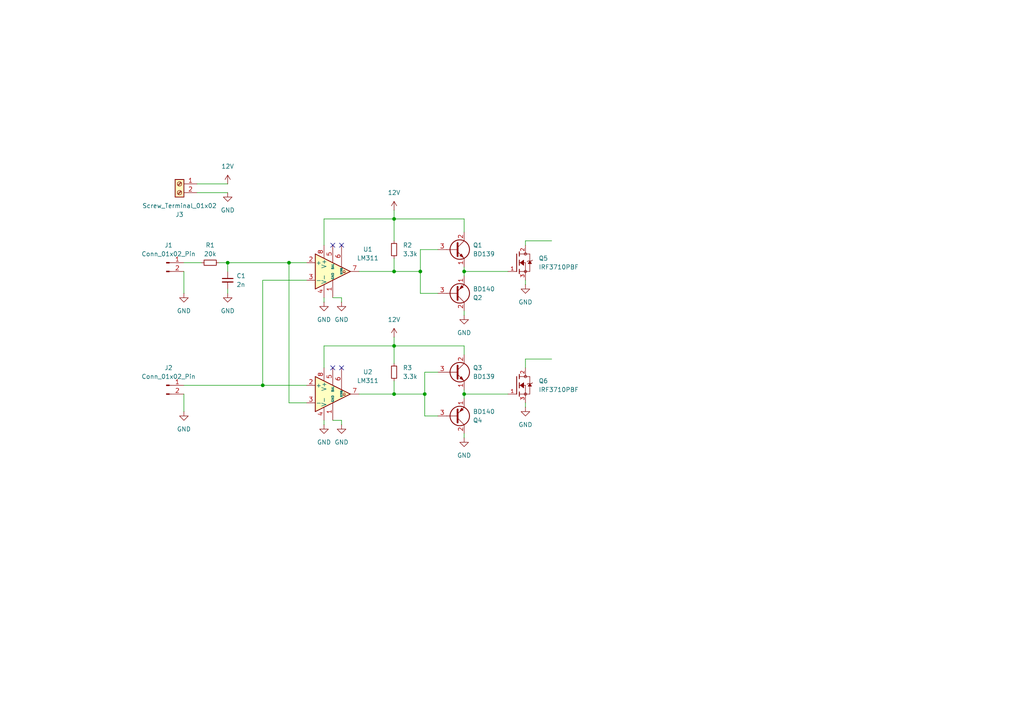
<source format=kicad_sch>
(kicad_sch (version 20250114) (generator "eeschema") (generator_version "9.0")
  (paper "A4")
  (lib_symbols
    (symbol "Comparator:LM311" (pin_names (offset 0.127))
      (property "Reference" "U" (at 3.81 6.35 0))
      (property "Value" "LM311" (at 3.81 3.81 0))
      (symbol "LM311_0_1"
        (polyline (pts (xy 3.683 -0.381) (xy 3.302 -0.381) (xy 3.683 0) (xy 3.302 0.381) (xy 2.921 0) (xy 3.302 -0.381) (xy 2.921 -0.381)) (stroke (width 0.127)))
        (polyline (pts (xy 5.08 0) (xy -5.08 5.08) (xy -5.08 -5.08) (xy 5.08 0)) (stroke (width 0.254)) (fill (type background)))
      )
      (symbol "LM311_1_1"
        (pin input line (at -7.62 2.54 0) (length 2.54) (name "+") (number "2"))
        (pin input line (at -7.62 -2.54 0) (length 2.54) (name "-") (number "3"))
        (pin power_in line (at -2.54 7.62 270) (length 3.81) (name "V+") (number "8"))
        (pin power_in line (at -2.54 -7.62 90) (length 3.81) (name "V-") (number "4"))
        (pin input line (at 0 7.62 270) (length 5.08) (name "BAL") (number "5"))
        (pin passive line (at 0 -7.62 90) (length 5.08) (name "GND") (number "1"))
        (pin input line (at 2.54 7.62 270) (length 6.35) (name "STRB") (number "6"))
        (pin open_collector line (at 7.62 0 180) (length 2.54) (name "~") (number "7"))
      )
    )
    (symbol "Connector:Conn_01x02_Pin" (pin_names (offset 1.016) (hide yes))
      (property "Reference" "J" (at 0 2.54 0))
      (property "Value" "Conn_01x02_Pin" (at 0 -5.08 0))
      (symbol "Conn_01x02_Pin_1_1"
        (rectangle (start 0.8636 0.127) (end 0 -0.127) (stroke (width 0.1524)) (fill (type outline)))
        (rectangle (start 0.8636 -2.413) (end 0 -2.667) (stroke (width 0.1524)) (fill (type outline)))
        (polyline (pts (xy 1.27 0) (xy 0.8636 0)) (stroke (width 0.1524)))
        (polyline (pts (xy 1.27 -2.54) (xy 0.8636 -2.54)) (stroke (width 0.1524)))
        (pin passive line (at 5.08 0 180) (length 3.81) (name "Pin_1") (number "1"))
        (pin passive line (at 5.08 -2.54 180) (length 3.81) (name "Pin_2") (number "2"))
      )
    )
    (symbol "Connector:Screw_Terminal_01x02" (pin_names (offset 1.016) (hide yes))
      (property "Reference" "J" (at 0 2.54 0))
      (property "Value" "Screw_Terminal_01x02" (at 0 -5.08 0))
      (symbol "Screw_Terminal_01x02_1_1"
        (rectangle (start -1.27 1.27) (end 1.27 -3.81) (stroke (width 0.254)) (fill (type background)))
        (polyline (pts (xy -0.5334 0.3302) (xy 0.3302 -0.508)) (stroke (width 0.1524)))
        (polyline (pts (xy -0.5334 -2.2098) (xy 0.3302 -3.048)) (stroke (width 0.1524)))
        (polyline (pts (xy -0.3556 0.508) (xy 0.508 -0.3302)) (stroke (width 0.1524)))
        (polyline (pts (xy -0.3556 -2.032) (xy 0.508 -2.8702)) (stroke (width 0.1524)))
        (circle (center 0 0) (radius 0.635) (stroke (width 0.1524)))
        (circle (center 0 -2.54) (radius 0.635) (stroke (width 0.1524)))
        (pin passive line (at -5.08 0 0) (length 3.81) (name "Pin_1") (number "1"))
        (pin passive line (at -5.08 -2.54 0) (length 3.81) (name "Pin_2") (number "2"))
      )
    )
    (symbol "Device:C_Small" (pin_numbers (hide yes)) (pin_names (offset 0.254) (hide yes))
      (property "Reference" "C" (at 0.254 1.778 0))
      (property "Value" "C_Small" (at 0.254 -2.032 0))
      (symbol "C_Small_0_1"
        (polyline (pts (xy -1.524 0.508) (xy 1.524 0.508)) (stroke (width 0.3048)))
        (polyline (pts (xy -1.524 -0.508) (xy 1.524 -0.508)) (stroke (width 0.3302)))
      )
      (symbol "C_Small_1_1"
        (pin passive line (at 0 2.54 270) (length 2.032) (name "~") (number "1"))
        (pin passive line (at 0 -2.54 90) (length 2.032) (name "~") (number "2"))
      )
    )
    (symbol "Device:R_Small" (pin_numbers (hide yes)) (pin_names (offset 0.254) (hide yes))
      (property "Reference" "R" (at 0.762 0.508 0))
      (property "Value" "R_Small" (at 0.762 -1.016 0))
      (symbol "R_Small_0_1"
        (rectangle (start -0.762 1.778) (end 0.762 -1.778) (stroke (width 0.2032)))
      )
      (symbol "R_Small_1_1"
        (pin passive line (at 0 2.54 270) (length 0.762) (name "~") (number "1"))
        (pin passive line (at 0 -2.54 90) (length 0.762) (name "~") (number "2"))
      )
    )
    (symbol "IRF3710PBF:IRF3710PBF" (pin_names (offset 1.016))
      (property "Reference" "Q" (at -8.89 2.54 0))
      (property "Value" "IRF3710PBF" (at -8.89 -7.62 0))
      (symbol "IRF3710PBF_0_0"
        (polyline (pts (xy 0 2.54) (xy 0 -2.54)) (stroke (width 0.254)))
        (polyline (pts (xy 0.762 3.175) (xy 0.762 2.54)) (stroke (width 0.254)))
        (polyline (pts (xy 0.762 2.54) (xy 0.762 1.905)) (stroke (width 0.254)))
        (polyline (pts (xy 0.762 2.54) (xy 3.81 2.54)) (stroke (width 0.1524)))
        (polyline (pts (xy 0.762 0.762) (xy 0.762 0)) (stroke (width 0.254)))
        (polyline (pts (xy 0.762 0) (xy 0.762 -0.762)) (stroke (width 0.254)))
        (polyline (pts (xy 0.762 0) (xy 2.54 0)) (stroke (width 0.1524)))
        (polyline (pts (xy 0.762 -1.905) (xy 0.762 -2.54)) (stroke (width 0.254)))
        (polyline (pts (xy 0.762 -2.54) (xy 0.762 -3.175)) (stroke (width 0.254)))
        (polyline (pts (xy 1.016 0) (xy 2.032 0.762) (xy 2.032 -0.762) (xy 1.016 0)) (stroke (width 0.1524)) (fill (type outline)))
        (circle (center 2.54 2.54) (radius 0.3592))
        (polyline (pts (xy 2.54 0) (xy 2.54 -2.54)) (stroke (width 0.1524)))
        (polyline (pts (xy 2.54 -2.54) (xy 0.762 -2.54)) (stroke (width 0.1524)))
        (polyline (pts (xy 2.54 -2.54) (xy 3.81 -2.54)) (stroke (width 0.1524)))
        (circle (center 2.54 -2.54) (radius 0.3592))
        (polyline (pts (xy 3.302 0.508) (xy 3.048 0.254)) (stroke (width 0.1524)))
        (polyline (pts (xy 3.81 2.54) (xy 3.81 0.508)) (stroke (width 0.1524)))
        (polyline (pts (xy 3.81 0.508) (xy 3.302 0.508)) (stroke (width 0.1524)))
        (polyline (pts (xy 3.81 0.508) (xy 3.81 -2.54)) (stroke (width 0.1524)))
        (polyline (pts (xy 3.81 0.508) (xy 3.302 -0.254) (xy 4.318 -0.254) (xy 3.81 0.508)) (stroke (width 0.1524)) (fill (type outline)))
        (polyline (pts (xy 4.318 0.508) (xy 3.81 0.508)) (stroke (width 0.1524)))
        (polyline (pts (xy 4.572 0.762) (xy 4.318 0.508)) (stroke (width 0.1524)))
        (pin passive line (at -2.54 -2.54 0) (length 2.54) (name "~") (number "1"))
        (pin passive line (at 2.54 5.08 270) (length 2.54) (name "~") (number "2"))
        (pin passive line (at 2.54 -5.08 90) (length 2.54) (name "~") (number "3"))
      )
    )
    (symbol "Transistor_BJT:BD139" (pin_names (offset 0) (hide yes))
      (property "Reference" "Q" (at 5.08 1.905 0))
      (property "Value" "BD139" (at 5.08 0 0))
      (symbol "BD139_0_1"
        (polyline (pts (xy -2.54 0) (xy 0.635 0)))
        (polyline (pts (xy 0.635 1.905) (xy 0.635 -1.905)) (stroke (width 0.508)))
        (circle (center 1.27 0) (radius 2.8194) (stroke (width 0.254)))
      )
      (symbol "BD139_1_1"
        (polyline (pts (xy 0.635 0.635) (xy 2.54 2.54)))
        (polyline (pts (xy 0.635 -0.635) (xy 2.54 -2.54)))
        (polyline (pts (xy 1.27 -1.778) (xy 1.778 -1.27) (xy 2.286 -2.286) (xy 1.27 -1.778)) (fill (type outline)))
        (pin input line (at -5.08 0 0) (length 2.54) (name "B") (number "3"))
        (pin passive line (at 2.54 5.08 270) (length 2.54) (name "C") (number "2"))
        (pin passive line (at 2.54 -5.08 90) (length 2.54) (name "E") (number "1"))
      )
    )
    (symbol "Transistor_BJT:BD140" (pin_names (offset 0) (hide yes))
      (property "Reference" "Q" (at 5.08 1.905 0))
      (property "Value" "BD140" (at 5.08 0 0))
      (symbol "BD140_0_1"
        (polyline (pts (xy -2.54 0) (xy 0.635 0)))
        (polyline (pts (xy 0.635 1.905) (xy 0.635 -1.905)) (stroke (width 0.508)))
        (polyline (pts (xy 0.635 0.635) (xy 2.54 2.54)))
        (polyline (pts (xy 0.635 -0.635) (xy 2.54 -2.54)))
        (circle (center 1.27 0) (radius 2.8194) (stroke (width 0.254)))
        (polyline (pts (xy 2.286 -1.778) (xy 1.778 -2.286) (xy 1.27 -1.27) (xy 2.286 -1.778)) (fill (type outline)))
      )
      (symbol "BD140_1_1"
        (pin input line (at -5.08 0 0) (length 2.54) (name "B") (number "3"))
        (pin passive line (at 2.54 5.08 270) (length 2.54) (name "C") (number "2"))
        (pin passive line (at 2.54 -5.08 90) (length 2.54) (name "E") (number "1"))
      )
    )
    (symbol "power:GND" (power) (pin_numbers (hide yes)) (pin_names (offset 0) (hide yes))
      (property "Value" "GND" (at 0 -3.81 0))
      (symbol "GND_0_1"
        (polyline (pts (xy 0 0) (xy 0 -1.27) (xy 1.27 -1.27) (xy 0 -2.54) (xy -1.27 -1.27) (xy 0 -1.27)))
      )
      (symbol "GND_1_1"
        (pin power_in line (at 0 0 270) (length 0) (name "~") (number "1"))
      )
    )
    (symbol "power:VCC" (power) (pin_numbers (hide yes)) (pin_names (offset 0) (hide yes))
      (property "Value" "VCC" (at 0 3.556 0))
      (symbol "VCC_0_1"
        (polyline (pts (xy -0.762 1.27) (xy 0 2.54)))
        (polyline (pts (xy 0 2.54) (xy 0.762 1.27)))
        (polyline (pts (xy 0 0) (xy 0 2.54)))
      )
      (symbol "VCC_1_1"
        (pin power_in line (at 0 0 90) (length 0) (name "~") (number "1"))
      )
    )
  )
  (junction (at 76.2 111.76))
  (junction (at 121.92 78.74))
  (junction (at 114.3 63.5))
  (junction (at 134.62 78.74))
  (junction (at 134.62 114.3))
  (junction (at 66.04 76.2))
  (junction (at 123.19 114.3))
  (junction (at 114.3 78.74))
  (junction (at 114.3 114.3))
  (junction (at 114.3 100.33))
  (junction (at 83.82 76.2))
  (no_connect (at 96.52 71.12))
  (no_connect (at 99.06 71.12))
  (no_connect (at 96.52 106.68))
  (no_connect (at 99.06 106.68))
  (wire (pts (xy 114.3 100.33) (xy 134.62 100.33)))
  (wire (pts (xy 96.52 86.36) (xy 99.06 86.36)))
  (wire (pts (xy 114.3 69.85) (xy 114.3 63.5)))
  (wire (pts (xy 66.04 85.09) (xy 66.04 83.82)))
  (wire (pts (xy 123.19 120.65) (xy 127 120.65)))
  (wire (pts (xy 134.62 100.33) (xy 134.62 102.87)))
  (wire (pts (xy 93.98 121.92) (xy 93.98 123.19)))
  (wire (pts (xy 134.62 91.44) (xy 134.62 90.17)))
  (wire (pts (xy 152.4 118.11) (xy 152.4 116.84)))
  (wire (pts (xy 53.34 85.09) (xy 53.34 78.74)))
  (wire (pts (xy 66.04 76.2) (xy 63.5 76.2)))
  (wire (pts (xy 99.06 121.92) (xy 99.06 123.19)))
  (wire (pts (xy 57.15 55.88) (xy 66.04 55.88)))
  (wire (pts (xy 88.9 81.28) (xy 76.2 81.28)))
  (wire (pts (xy 93.98 86.36) (xy 93.98 87.63)))
  (wire (pts (xy 114.3 110.49) (xy 114.3 114.3)))
  (wire (pts (xy 134.62 114.3) (xy 147.32 114.3)))
  (wire (pts (xy 66.04 76.2) (xy 83.82 76.2)))
  (wire (pts (xy 123.19 107.95) (xy 123.19 114.3)))
  (wire (pts (xy 114.3 63.5) (xy 134.62 63.5)))
  (wire (pts (xy 93.98 63.5) (xy 114.3 63.5)))
  (wire (pts (xy 104.14 114.3) (xy 114.3 114.3)))
  (wire (pts (xy 76.2 81.28) (xy 76.2 111.76)))
  (wire (pts (xy 114.3 78.74) (xy 121.92 78.74)))
  (wire (pts (xy 121.92 78.74) (xy 121.92 72.39)))
  (wire (pts (xy 123.19 114.3) (xy 123.19 120.65)))
  (wire (pts (xy 83.82 76.2) (xy 83.82 116.84)))
  (wire (pts (xy 93.98 71.12) (xy 93.98 63.5)))
  (wire (pts (xy 152.4 82.55) (xy 152.4 81.28)))
  (wire (pts (xy 121.92 72.39) (xy 127 72.39)))
  (wire (pts (xy 134.62 114.3) (xy 134.62 115.57)))
  (wire (pts (xy 66.04 78.74) (xy 66.04 76.2)))
  (wire (pts (xy 114.3 60.96) (xy 114.3 63.5)))
  (wire (pts (xy 114.3 114.3) (xy 123.19 114.3)))
  (wire (pts (xy 134.62 78.74) (xy 147.32 78.74)))
  (wire (pts (xy 76.2 111.76) (xy 88.9 111.76)))
  (wire (pts (xy 93.98 100.33) (xy 114.3 100.33)))
  (wire (pts (xy 127 107.95) (xy 123.19 107.95)))
  (wire (pts (xy 160.02 69.85) (xy 152.4 69.85)))
  (wire (pts (xy 53.34 119.38) (xy 53.34 114.3)))
  (wire (pts (xy 152.4 106.68) (xy 152.4 104.14)))
  (wire (pts (xy 114.3 97.79) (xy 114.3 100.33)))
  (wire (pts (xy 93.98 106.68) (xy 93.98 100.33)))
  (wire (pts (xy 76.2 111.76) (xy 53.34 111.76)))
  (wire (pts (xy 127 85.09) (xy 121.92 85.09)))
  (wire (pts (xy 134.62 113.03) (xy 134.62 114.3)))
  (wire (pts (xy 152.4 69.85) (xy 152.4 71.12)))
  (wire (pts (xy 134.62 78.74) (xy 134.62 80.01)))
  (wire (pts (xy 83.82 76.2) (xy 88.9 76.2)))
  (wire (pts (xy 134.62 127) (xy 134.62 125.73)))
  (wire (pts (xy 121.92 85.09) (xy 121.92 78.74)))
  (wire (pts (xy 96.52 121.92) (xy 99.06 121.92)))
  (wire (pts (xy 53.34 76.2) (xy 58.42 76.2)))
  (wire (pts (xy 114.3 105.41) (xy 114.3 100.33)))
  (wire (pts (xy 57.15 53.34) (xy 66.04 53.34)))
  (wire (pts (xy 134.62 63.5) (xy 134.62 67.31)))
  (wire (pts (xy 114.3 74.93) (xy 114.3 78.74)))
  (wire (pts (xy 99.06 86.36) (xy 99.06 87.63)))
  (wire (pts (xy 134.62 77.47) (xy 134.62 78.74)))
  (wire (pts (xy 104.14 78.74) (xy 114.3 78.74)))
  (wire (pts (xy 88.9 116.84) (xy 83.82 116.84)))
  (wire (pts (xy 152.4 104.14) (xy 160.02 104.14)))
  (symbol (lib_id "power:VCC") (at 114.3 97.79 0) (unit 1)
    (property "Reference" "#PWR09" (effects (hide yes)))
    (property "Value" "12V" (at 114.3 92.71 0))
    (property "Description" "Power symbol creates a global label with name \"VCC\"" (effects (hide yes)))
  )
  (symbol (lib_id "Transistor_BJT:BD140") (at 132.08 120.65 0) (mirror x) (unit 1)
    (property "Reference" "Q4" (at 137.16 121.9201 0) (effects (justify left)))
    (property "Value" "BD140" (at 137.16 119.3801 0) (effects (justify left)))
    (property "Footprint" "Package_TO_SOT_THT:TO-126-3_Vertical" (effects (hide yes)))
    (property "Datasheet" "http://www.st.com/internet/com/TECHNICAL_RESOURCES/TECHNICAL_LITERATURE/DATASHEET/CD00001225.pdf" (effects (hide yes)))
    (property "Description" "1.5A Ic, 80V Vce, Low Voltage Transistor, TO-126" (effects (hide yes)))
  )
  (symbol (lib_id "Device:R_Small") (at 60.96 76.2 90) (unit 1)
    (property "Reference" "R1" (at 60.96 71.12 90))
    (property "Value" "20k" (at 60.96 73.66 90))
    (property "Footprint" "Resistor_THT:R_Axial_DIN0207_L6.3mm_D2.5mm_P10.16mm_Horizontal" (effects (hide yes)))
    (property "Description" "Resistor, small symbol" (effects (hide yes)))
  )
  (symbol (lib_id "power:GND") (at 134.62 127 0) (unit 1)
    (property "Reference" "#PWR02" (effects (hide yes)))
    (property "Value" "GND" (at 134.62 132.08 0))
    (property "Description" "Power symbol creates a global label with name \"GND\" , ground" (effects (hide yes)))
  )
  (symbol (lib_id "power:GND") (at 152.4 118.11 0) (unit 1)
    (property "Reference" "#PWR011" (effects (hide yes)))
    (property "Value" "GND" (at 152.4 123.19 0))
    (property "Description" "Power symbol creates a global label with name \"GND\" , ground" (effects (hide yes)))
  )
  (symbol (lib_id "Comparator:LM311") (at 96.52 78.74 0) (unit 1)
    (property "Reference" "U1" (at 106.68 72.3198 0))
    (property "Value" "LM311" (at 106.68 74.8598 0))
    (property "Footprint" "Package_DIP:DIP-8_W7.62mm_LongPads" (effects (hide yes)))
    (property "Datasheet" "https://www.st.com/resource/en/datasheet/lm311.pdf" (effects (hide yes)))
    (property "Description" "Voltage Comparator, DIP-8/SOIC-8" (effects (hide yes)))
  )
  (symbol (lib_id "power:GND") (at 53.34 85.09 0) (unit 1)
    (property "Reference" "#PWR015" (effects (hide yes)))
    (property "Value" "GND" (at 53.34 90.17 0))
    (property "Description" "Power symbol creates a global label with name \"GND\" , ground" (effects (hide yes)))
  )
  (symbol (lib_id "Connector:Screw_Terminal_01x02") (at 52.07 53.34 0) (mirror y) (unit 1)
    (property "Reference" "J3" (at 52.07 62.23 0))
    (property "Value" "Screw_Terminal_01x02" (at 52.07 59.69 0))
    (property "Footprint" "TerminalBlock_Phoenix:TerminalBlock_Phoenix_PT-1,5-2-5.0-H_1x02_P5.00mm_Horizontal" (effects (hide yes)))
    (property "Description" "Generic screw terminal, single row, 01x02, script generated (kicad-library-utils/schlib/autogen/connector/)" (effects (hide yes)))
  )
  (symbol (lib_id "power:GND") (at 99.06 123.19 0) (unit 1)
    (property "Reference" "#PWR06" (effects (hide yes)))
    (property "Value" "GND" (at 99.06 128.27 0))
    (property "Description" "Power symbol creates a global label with name \"GND\" , ground" (effects (hide yes)))
  )
  (symbol (lib_id "Transistor_BJT:BD139") (at 132.08 72.39 0) (unit 1)
    (property "Reference" "Q1" (at 137.16 71.1199 0) (effects (justify left)))
    (property "Value" "BD139" (at 137.16 73.6599 0) (effects (justify left)))
    (property "Footprint" "Package_TO_SOT_THT:TO-126-3_Vertical" (effects (hide yes)))
    (property "Datasheet" "http://www.st.com/internet/com/TECHNICAL_RESOURCES/TECHNICAL_LITERATURE/DATASHEET/CD00001225.pdf" (effects (hide yes)))
    (property "Description" "1.5A Ic, 80V Vce, Low Voltage Transistor, TO-126" (effects (hide yes)))
  )
  (symbol (lib_id "Comparator:LM311") (at 96.52 114.3 0) (unit 1)
    (property "Reference" "U2" (at 106.68 107.8798 0))
    (property "Value" "LM311" (at 106.68 110.4198 0))
    (property "Footprint" "Package_DIP:DIP-8_W7.62mm_LongPads" (effects (hide yes)))
    (property "Datasheet" "https://www.st.com/resource/en/datasheet/lm311.pdf" (effects (hide yes)))
    (property "Description" "Voltage Comparator, DIP-8/SOIC-8" (effects (hide yes)))
  )
  (symbol (lib_id "power:GND") (at 93.98 123.19 0) (unit 1)
    (property "Reference" "#PWR05" (effects (hide yes)))
    (property "Value" "GND" (at 93.98 128.27 0))
    (property "Description" "Power symbol creates a global label with name \"GND\" , ground" (effects (hide yes)))
  )
  (symbol (lib_id "IRF3710PBF:IRF3710PBF") (at 149.86 111.76 0) (unit 1)
    (property "Reference" "Q6" (at 156.21 110.4899 0) (effects (justify left)))
    (property "Value" "IRF3710PBF" (at 156.21 113.0299 0) (effects (justify left)))
    (property "Footprint" "IRF3710PBF:TO254P1016X419X2057-3" (effects (hide yes)))
    (property "DigiKey_Part_Number" "IRF3710PBF-ND" (effects (hide yes)))
    (property "SnapEDA_Link" "https://www.snapeda.com/parts/IRF3710PBF/Infineon/view-part/?ref=snap" (effects (hide yes)))
    (property "MAXIMUM_PACKAGE_HEIGHT" "20.57mm" (effects (hide yes)))
    (property "Package" "TO-220-3 Infineon" (effects (hide yes)))
    (property "Check_prices" "https://www.snapeda.com/parts/IRF3710PBF/Infineon/view-part/?ref=eda" (effects (hide yes)))
    (property "STANDARD" "IPC 7351B" (effects (hide yes)))
    (property "PARTREV" "07/23/10" (effects (hide yes)))
    (property "MF" "Infineon Technologies" (effects (hide yes)))
    (property "MP" "IRF3710PBF" (effects (hide yes)))
    (property "Description_1" "MOSFET, Power,N-Ch,VDSS 100V,RDS(ON) 18 Milliohms,ID 7.3A,SO-8,PD 2.5W,VGS+/-20V | Infineon IRF3710PBF" (effects (hide yes)))
    (property "MANUFACTURER" "Infineon Technologies" (effects (hide yes)))
  )
  (symbol (lib_id "Connector:Conn_01x02_Pin") (at 48.26 111.76 0) (unit 1)
    (property "Reference" "J2" (at 48.895 106.68 0))
    (property "Value" "Conn_01x02_Pin" (at 48.895 109.22 0))
    (property "Footprint" "Connector_PinSocket_2.54mm:PinSocket_1x02_P2.54mm_Vertical" (effects (hide yes)))
    (property "Description" "Generic connector, single row, 01x02, script generated" (effects (hide yes)))
  )
  (symbol (lib_id "Device:C_Small") (at 66.04 81.28 0) (unit 1)
    (property "Reference" "C1" (at 68.58 80.0162 0) (effects (justify left)))
    (property "Value" "2n" (at 68.58 82.5562 0) (effects (justify left)))
    (property "Footprint" "Capacitor_THT:C_Disc_D4.7mm_W2.5mm_P5.00mm" (effects (hide yes)))
    (property "Description" "Unpolarized capacitor, small symbol" (effects (hide yes)))
  )
  (symbol (lib_id "Device:R_Small") (at 114.3 72.39 0) (unit 1)
    (property "Reference" "R2" (at 116.84 71.1199 0) (effects (justify left)))
    (property "Value" "3.3k" (at 116.84 73.6599 0) (effects (justify left)))
    (property "Footprint" "Resistor_THT:R_Axial_DIN0207_L6.3mm_D2.5mm_P10.16mm_Horizontal" (effects (hide yes)))
    (property "Description" "Resistor, small symbol" (effects (hide yes)))
  )
  (symbol (lib_id "power:GND") (at 93.98 87.63 0) (unit 1)
    (property "Reference" "#PWR03" (effects (hide yes)))
    (property "Value" "GND" (at 93.98 92.71 0))
    (property "Description" "Power symbol creates a global label with name \"GND\" , ground" (effects (hide yes)))
  )
  (symbol (lib_id "power:GND") (at 152.4 82.55 0) (unit 1)
    (property "Reference" "#PWR012" (effects (hide yes)))
    (property "Value" "GND" (at 152.4 87.63 0))
    (property "Description" "Power symbol creates a global label with name \"GND\" , ground" (effects (hide yes)))
  )
  (symbol (lib_id "power:GND") (at 99.06 87.63 0) (unit 1)
    (property "Reference" "#PWR04" (effects (hide yes)))
    (property "Value" "GND" (at 99.06 92.71 0))
    (property "Description" "Power symbol creates a global label with name \"GND\" , ground" (effects (hide yes)))
  )
  (symbol (lib_id "Connector:Conn_01x02_Pin") (at 48.26 76.2 0) (unit 1)
    (property "Reference" "J1" (at 48.895 71.12 0))
    (property "Value" "Conn_01x02_Pin" (at 48.895 73.66 0))
    (property "Footprint" "Connector_PinSocket_2.54mm:PinSocket_1x02_P2.54mm_Vertical" (effects (hide yes)))
    (property "Description" "Generic connector, single row, 01x02, script generated" (effects (hide yes)))
  )
  (symbol (lib_id "Device:R_Small") (at 114.3 107.95 0) (unit 1)
    (property "Reference" "R3" (at 116.84 106.6799 0) (effects (justify left)))
    (property "Value" "3.3k" (at 116.84 109.2199 0) (effects (justify left)))
    (property "Footprint" "Resistor_THT:R_Axial_DIN0207_L6.3mm_D2.5mm_P10.16mm_Horizontal" (effects (hide yes)))
    (property "Description" "Resistor, small symbol" (effects (hide yes)))
  )
  (symbol (lib_id "power:GND") (at 53.34 119.38 0) (unit 1)
    (property "Reference" "#PWR017" (effects (hide yes)))
    (property "Value" "GND" (at 53.34 124.46 0))
    (property "Description" "Power symbol creates a global label with name \"GND\" , ground" (effects (hide yes)))
  )
  (symbol (lib_id "power:VCC") (at 114.3 60.96 0) (unit 1)
    (property "Reference" "#PWR010" (effects (hide yes)))
    (property "Value" "12V" (at 114.3 55.88 0))
    (property "Description" "Power symbol creates a global label with name \"VCC\"" (effects (hide yes)))
  )
  (symbol (lib_id "Transistor_BJT:BD139") (at 132.08 107.95 0) (unit 1)
    (property "Reference" "Q3" (at 137.16 106.6799 0) (effects (justify left)))
    (property "Value" "BD139" (at 137.16 109.2199 0) (effects (justify left)))
    (property "Footprint" "Package_TO_SOT_THT:TO-126-3_Vertical" (effects (hide yes)))
    (property "Datasheet" "http://www.st.com/internet/com/TECHNICAL_RESOURCES/TECHNICAL_LITERATURE/DATASHEET/CD00001225.pdf" (effects (hide yes)))
    (property "Description" "1.5A Ic, 80V Vce, Low Voltage Transistor, TO-126" (effects (hide yes)))
  )
  (symbol (lib_id "power:GND") (at 134.62 91.44 0) (unit 1)
    (property "Reference" "#PWR01" (effects (hide yes)))
    (property "Value" "GND" (at 134.62 96.52 0))
    (property "Description" "Power symbol creates a global label with name \"GND\" , ground" (effects (hide yes)))
  )
  (symbol (lib_id "power:GND") (at 66.04 85.09 0) (unit 1)
    (property "Reference" "#PWR016" (effects (hide yes)))
    (property "Value" "GND" (at 66.04 90.17 0))
    (property "Description" "Power symbol creates a global label with name \"GND\" , ground" (effects (hide yes)))
  )
  (symbol (lib_id "Transistor_BJT:BD140") (at 132.08 85.09 0) (mirror x) (unit 1)
    (property "Reference" "Q2" (at 137.16 86.3601 0) (effects (justify left)))
    (property "Value" "BD140" (at 137.16 83.8201 0) (effects (justify left)))
    (property "Footprint" "Package_TO_SOT_THT:TO-126-3_Vertical" (effects (hide yes)))
    (property "Datasheet" "http://www.st.com/internet/com/TECHNICAL_RESOURCES/TECHNICAL_LITERATURE/DATASHEET/CD00001225.pdf" (effects (hide yes)))
    (property "Description" "1.5A Ic, 80V Vce, Low Voltage Transistor, TO-126" (effects (hide yes)))
  )
  (symbol (lib_id "IRF3710PBF:IRF3710PBF") (at 149.86 76.2 0) (unit 1)
    (property "Reference" "Q5" (at 156.21 74.9299 0) (effects (justify left)))
    (property "Value" "IRF3710PBF" (at 156.21 77.4699 0) (effects (justify left)))
    (property "Footprint" "IRF3710PBF:TO254P1016X419X2057-3" (effects (hide yes)))
    (property "DigiKey_Part_Number" "IRF3710PBF-ND" (effects (hide yes)))
    (property "SnapEDA_Link" "https://www.snapeda.com/parts/IRF3710PBF/Infineon/view-part/?ref=snap" (effects (hide yes)))
    (property "MAXIMUM_PACKAGE_HEIGHT" "20.57mm" (effects (hide yes)))
    (property "Package" "TO-220-3 Infineon" (effects (hide yes)))
    (property "Check_prices" "https://www.snapeda.com/parts/IRF3710PBF/Infineon/view-part/?ref=eda" (effects (hide yes)))
    (property "STANDARD" "IPC 7351B" (effects (hide yes)))
    (property "PARTREV" "07/23/10" (effects (hide yes)))
    (property "MF" "Infineon Technologies" (effects (hide yes)))
    (property "MP" "IRF3710PBF" (effects (hide yes)))
    (property "Description_1" "MOSFET, Power,N-Ch,VDSS 100V,RDS(ON) 18 Milliohms,ID 7.3A,SO-8,PD 2.5W,VGS+/-20V | Infineon IRF3710PBF" (effects (hide yes)))
    (property "MANUFACTURER" "Infineon Technologies" (effects (hide yes)))
  )
  (symbol (lib_id "power:GND") (at 66.04 55.88 0) (unit 1)
    (property "Reference" "#PWR013" (effects (hide yes)))
    (property "Value" "GND" (at 66.04 60.96 0))
    (property "Description" "Power symbol creates a global label with name \"GND\" , ground" (effects (hide yes)))
  )
  (symbol (lib_id "power:VCC") (at 66.04 53.34 0) (unit 1)
    (property "Reference" "#PWR014" (effects (hide yes)))
    (property "Value" "12V" (at 66.04 48.26 0))
    (property "Description" "Power symbol creates a global label with name \"VCC\"" (effects (hide yes)))
  )
)
</source>
